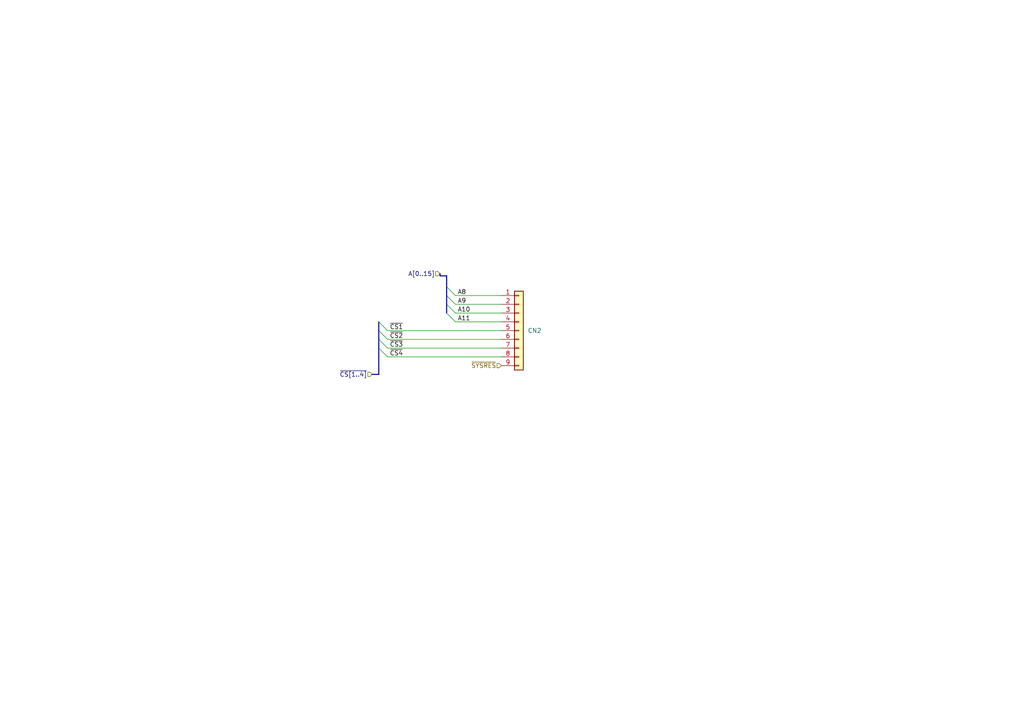
<source format=kicad_sch>
(kicad_sch (version 20250114) (generator "eeschema") (generator_version "9.0")
  (paper "A4")
  (title_block (title "TRS-80 Model I Rev HE11E011550") (date "2025-06-15") (rev "E1A") (company "RetroStack - Marcel Erz") (comment 2 "Connects to Keyboard for selecting on-board ROMs") (comment 4 "Keyboard ROM Selector"))
  (lib_symbols
    (symbol "Connector_Generic:Conn_01x09" (pin_names (offset 1.016) (hide yes))
      (property "Reference" "J" (at 0 12.7 0))
      (property "Value" "Conn_01x09" (at 0 -12.7 0))
      (symbol "Conn_01x09_1_1"
        (rectangle (start -1.27 11.43) (end 1.27 -11.43) (stroke (width 0.254)) (fill (type background)))
        (rectangle (start -1.27 10.287) (end 0 10.033) (stroke (width 0.1524)))
        (rectangle (start -1.27 7.747) (end 0 7.493) (stroke (width 0.1524)))
        (rectangle (start -1.27 5.207) (end 0 4.953) (stroke (width 0.1524)))
        (rectangle (start -1.27 2.667) (end 0 2.413) (stroke (width 0.1524)))
        (rectangle (start -1.27 0.127) (end 0 -0.127) (stroke (width 0.1524)))
        (rectangle (start -1.27 -2.413) (end 0 -2.667) (stroke (width 0.1524)))
        (rectangle (start -1.27 -4.953) (end 0 -5.207) (stroke (width 0.1524)))
        (rectangle (start -1.27 -7.493) (end 0 -7.747) (stroke (width 0.1524)))
        (rectangle (start -1.27 -10.033) (end 0 -10.287) (stroke (width 0.1524)))
        (pin passive line (at -5.08 10.16 0) (length 3.81) (name "Pin_1") (number "1"))
        (pin passive line (at -5.08 7.62 0) (length 3.81) (name "Pin_2") (number "2"))
        (pin passive line (at -5.08 5.08 0) (length 3.81) (name "Pin_3") (number "3"))
        (pin passive line (at -5.08 2.54 0) (length 3.81) (name "Pin_4") (number "4"))
        (pin passive line (at -5.08 0 0) (length 3.81) (name "Pin_5") (number "5"))
        (pin passive line (at -5.08 -2.54 0) (length 3.81) (name "Pin_6") (number "6"))
        (pin passive line (at -5.08 -5.08 0) (length 3.81) (name "Pin_7") (number "7"))
        (pin passive line (at -5.08 -7.62 0) (length 3.81) (name "Pin_8") (number "8"))
        (pin passive line (at -5.08 -10.16 0) (length 3.81) (name "Pin_9") (number "9"))
      )
    )
  )
  (bus_entry (at 132.08 85.725) (size -2.54 -2.54))
  (bus_entry (at 132.08 93.345) (size -2.54 -2.54))
  (bus_entry (at 112.395 98.425) (size -2.54 -2.54))
  (bus_entry (at 112.395 100.965) (size -2.54 -2.54))
  (bus_entry (at 112.395 95.885) (size -2.54 -2.54))
  (bus_entry (at 112.395 103.505) (size -2.54 -2.54))
  (bus_entry (at 132.08 88.265) (size -2.54 -2.54))
  (bus_entry (at 132.08 90.805) (size -2.54 -2.54))
  (wire (pts (xy 112.395 95.885) (xy 145.415 95.885)))
  (bus (pts (xy 127.635 80.01) (xy 129.54 80.01)))
  (bus (pts (xy 109.855 95.885) (xy 109.855 98.425)))
  (bus (pts (xy 127.635 80.01) (xy 127.635 79.375)))
  (wire (pts (xy 132.08 93.345) (xy 145.415 93.345)))
  (bus (pts (xy 109.855 93.345) (xy 109.855 95.885)))
  (bus (pts (xy 107.95 108.585) (xy 109.855 108.585)))
  (bus (pts (xy 129.54 85.725) (xy 129.54 88.265)))
  (bus (pts (xy 109.855 108.585) (xy 109.855 100.965)))
  (bus (pts (xy 129.54 88.265) (xy 129.54 90.805)))
  (bus (pts (xy 129.54 83.185) (xy 129.54 85.725)))
  (bus (pts (xy 109.855 98.425) (xy 109.855 100.965)))
  (wire (pts (xy 112.395 100.965) (xy 145.415 100.965)))
  (wire (pts (xy 112.395 103.505) (xy 145.415 103.505)))
  (bus (pts (xy 129.54 80.01) (xy 129.54 83.185)))
  (wire (pts (xy 132.08 90.805) (xy 145.415 90.805)))
  (wire (pts (xy 112.395 98.425) (xy 145.415 98.425)))
  (wire (pts (xy 132.08 85.725) (xy 145.415 85.725)))
  (wire (pts (xy 132.08 88.265) (xy 145.415 88.265)))
  (label "A11" (at 132.715 93.345 0))
  (label "~{CS3}" (at 113.03 100.965 0))
  (label "A8" (at 132.715 85.725 0))
  (label "A9" (at 132.715 88.265 0))
  (label "A10" (at 132.715 90.805 0))
  (label "~{CS4}" (at 113.03 103.505 0))
  (label "~{CS2}" (at 113.03 98.425 0))
  (label "~{CS1}" (at 113.03 95.885 0))
  (hierarchical_label "A[0..15]" (shape input) (at 127.635 79.375 180))
  (hierarchical_label "~{SYSRES}" (shape input) (at 145.415 106.045 180))
  (hierarchical_label "~{CS[1..4]}" (shape input) (at 107.95 108.585 180))
  (symbol (lib_id "Connector_Generic:Conn_01x09") (at 150.495 95.885 0) (unit 1)
    (property "Reference" "CN2" (at 153.035 95.8849 0) (effects (justify left)))
    (property "Value" "Conn_01x09" (effects (hide yes)))
    (property "Footprint" "Library:TRS80_Model_I_Keyboard_Connector_Small_Jap" (effects (hide yes)))
    (property "Description" "Generic connector, single row, 01x09, script generated (kicad-library-utils/schlib/autogen/connector/)" (effects (hide yes)))
  )
)
</source>
